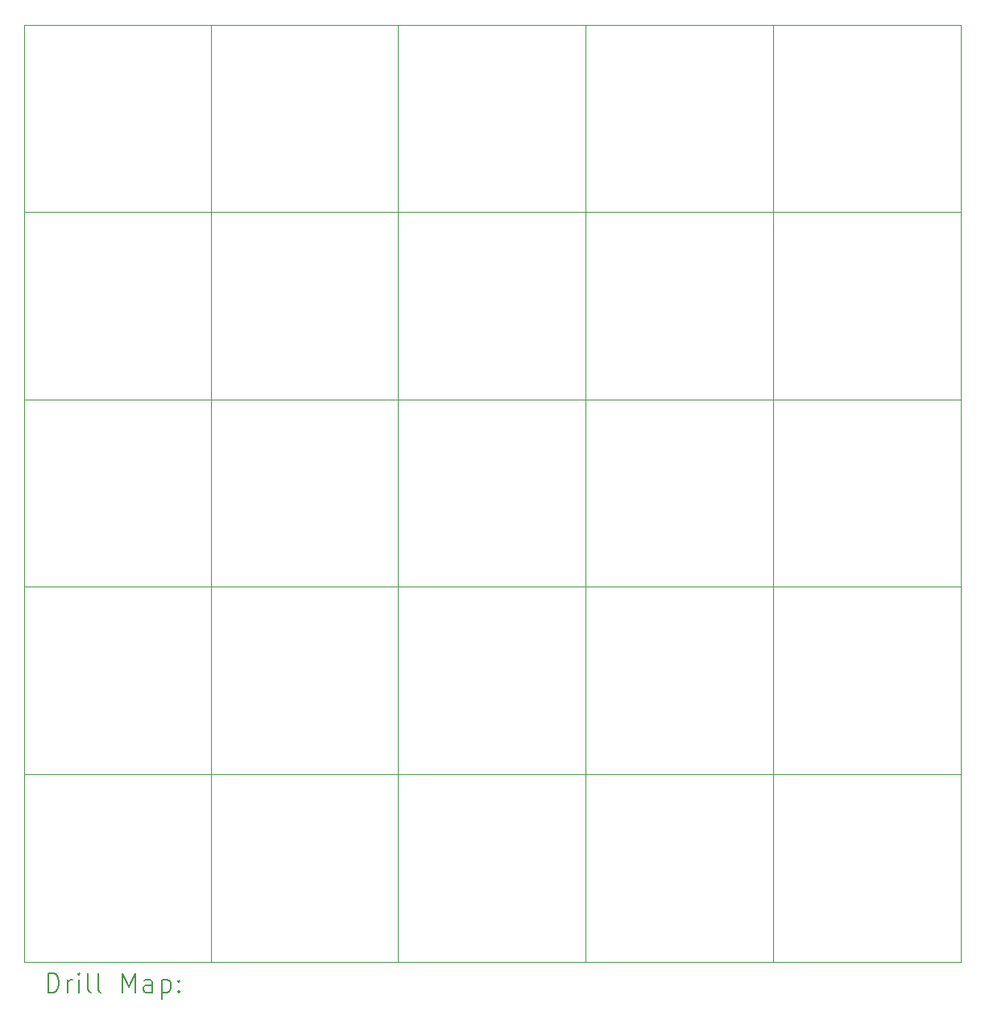
<source format=gbr>
%TF.GenerationSoftware,KiCad,Pcbnew,7.0.9-7.0.9~ubuntu22.04.1*%
%TF.CreationDate,2023-12-17T21:38:20+01:00*%
%TF.ProjectId,StarPCB_panelized,53746172-5043-4425-9f70-616e656c697a,rev?*%
%TF.SameCoordinates,Original*%
%TF.FileFunction,Drillmap*%
%TF.FilePolarity,Positive*%
%FSLAX45Y45*%
G04 Gerber Fmt 4.5, Leading zero omitted, Abs format (unit mm)*
G04 Created by KiCad (PCBNEW 7.0.9-7.0.9~ubuntu22.04.1) date 2023-12-17 21:38:20*
%MOMM*%
%LPD*%
G01*
G04 APERTURE LIST*
%ADD10C,0.100000*%
%ADD11C,0.200000*%
G04 APERTURE END LIST*
D10*
X19021400Y-6190000D02*
X19021400Y-16040000D01*
X11146400Y-8155000D02*
X20996400Y-8155000D01*
X11146400Y-14065000D02*
X20996400Y-14065000D01*
X11146400Y-6190000D02*
X20996400Y-6190000D01*
X13111400Y-6190000D02*
X13111400Y-16040000D01*
X20996400Y-6190000D02*
X20996400Y-16040000D01*
X17051400Y-6190000D02*
X17051400Y-16040000D01*
X11146400Y-12095000D02*
X20996400Y-12095000D01*
X11146400Y-10125000D02*
X20996400Y-10125000D01*
X15081400Y-6190000D02*
X15081400Y-16040000D01*
X11146400Y-16040000D02*
X11146400Y-6190000D01*
X20996400Y-16040000D02*
X11146400Y-16040000D01*
D11*
X11402177Y-16356484D02*
X11402177Y-16156484D01*
X11402177Y-16156484D02*
X11449796Y-16156484D01*
X11449796Y-16156484D02*
X11478367Y-16166008D01*
X11478367Y-16166008D02*
X11497415Y-16185055D01*
X11497415Y-16185055D02*
X11506939Y-16204103D01*
X11506939Y-16204103D02*
X11516462Y-16242198D01*
X11516462Y-16242198D02*
X11516462Y-16270769D01*
X11516462Y-16270769D02*
X11506939Y-16308865D01*
X11506939Y-16308865D02*
X11497415Y-16327912D01*
X11497415Y-16327912D02*
X11478367Y-16346960D01*
X11478367Y-16346960D02*
X11449796Y-16356484D01*
X11449796Y-16356484D02*
X11402177Y-16356484D01*
X11602177Y-16356484D02*
X11602177Y-16223150D01*
X11602177Y-16261246D02*
X11611701Y-16242198D01*
X11611701Y-16242198D02*
X11621224Y-16232674D01*
X11621224Y-16232674D02*
X11640272Y-16223150D01*
X11640272Y-16223150D02*
X11659320Y-16223150D01*
X11725986Y-16356484D02*
X11725986Y-16223150D01*
X11725986Y-16156484D02*
X11716462Y-16166008D01*
X11716462Y-16166008D02*
X11725986Y-16175531D01*
X11725986Y-16175531D02*
X11735510Y-16166008D01*
X11735510Y-16166008D02*
X11725986Y-16156484D01*
X11725986Y-16156484D02*
X11725986Y-16175531D01*
X11849796Y-16356484D02*
X11830748Y-16346960D01*
X11830748Y-16346960D02*
X11821224Y-16327912D01*
X11821224Y-16327912D02*
X11821224Y-16156484D01*
X11954558Y-16356484D02*
X11935510Y-16346960D01*
X11935510Y-16346960D02*
X11925986Y-16327912D01*
X11925986Y-16327912D02*
X11925986Y-16156484D01*
X12183129Y-16356484D02*
X12183129Y-16156484D01*
X12183129Y-16156484D02*
X12249796Y-16299341D01*
X12249796Y-16299341D02*
X12316462Y-16156484D01*
X12316462Y-16156484D02*
X12316462Y-16356484D01*
X12497415Y-16356484D02*
X12497415Y-16251722D01*
X12497415Y-16251722D02*
X12487891Y-16232674D01*
X12487891Y-16232674D02*
X12468843Y-16223150D01*
X12468843Y-16223150D02*
X12430748Y-16223150D01*
X12430748Y-16223150D02*
X12411701Y-16232674D01*
X12497415Y-16346960D02*
X12478367Y-16356484D01*
X12478367Y-16356484D02*
X12430748Y-16356484D01*
X12430748Y-16356484D02*
X12411701Y-16346960D01*
X12411701Y-16346960D02*
X12402177Y-16327912D01*
X12402177Y-16327912D02*
X12402177Y-16308865D01*
X12402177Y-16308865D02*
X12411701Y-16289817D01*
X12411701Y-16289817D02*
X12430748Y-16280293D01*
X12430748Y-16280293D02*
X12478367Y-16280293D01*
X12478367Y-16280293D02*
X12497415Y-16270769D01*
X12592653Y-16223150D02*
X12592653Y-16423150D01*
X12592653Y-16232674D02*
X12611701Y-16223150D01*
X12611701Y-16223150D02*
X12649796Y-16223150D01*
X12649796Y-16223150D02*
X12668843Y-16232674D01*
X12668843Y-16232674D02*
X12678367Y-16242198D01*
X12678367Y-16242198D02*
X12687891Y-16261246D01*
X12687891Y-16261246D02*
X12687891Y-16318388D01*
X12687891Y-16318388D02*
X12678367Y-16337436D01*
X12678367Y-16337436D02*
X12668843Y-16346960D01*
X12668843Y-16346960D02*
X12649796Y-16356484D01*
X12649796Y-16356484D02*
X12611701Y-16356484D01*
X12611701Y-16356484D02*
X12592653Y-16346960D01*
X12773605Y-16337436D02*
X12783129Y-16346960D01*
X12783129Y-16346960D02*
X12773605Y-16356484D01*
X12773605Y-16356484D02*
X12764082Y-16346960D01*
X12764082Y-16346960D02*
X12773605Y-16337436D01*
X12773605Y-16337436D02*
X12773605Y-16356484D01*
X12773605Y-16232674D02*
X12783129Y-16242198D01*
X12783129Y-16242198D02*
X12773605Y-16251722D01*
X12773605Y-16251722D02*
X12764082Y-16242198D01*
X12764082Y-16242198D02*
X12773605Y-16232674D01*
X12773605Y-16232674D02*
X12773605Y-16251722D01*
M02*

</source>
